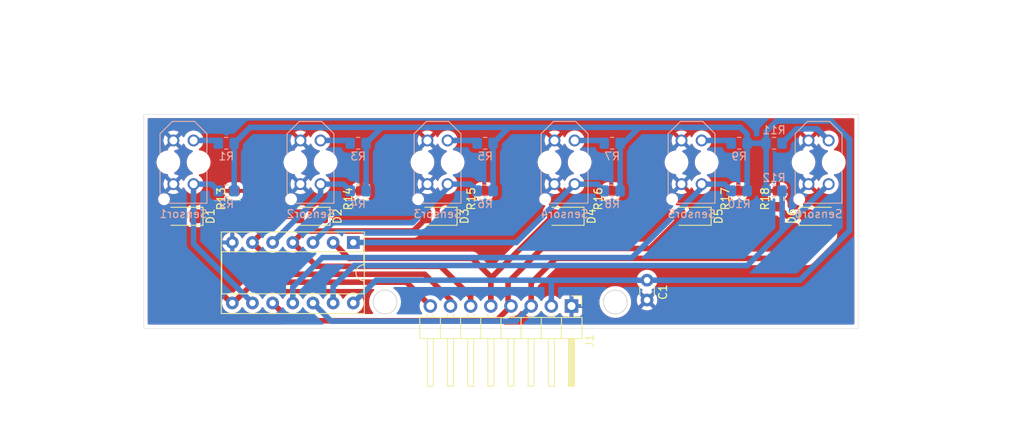
<source format=kicad_pcb>
(kicad_pcb (version 20240108) (generator "pcbnew") (generator_version "8.0")
  (layers (0 "F.Cu" signal) (31 "B.Cu" signal) (34 "B.Paste" user) (35 "F.Paste" user) (36 "B.SilkS" user "B.Silkscreen") (37 "F.SilkS" user "F.Silkscreen") (38 "B.Mask" user) (39 "F.Mask" user) (44 "Edge.Cuts" user))
  (net 0 "")
  (net 1 "vcc")
  (net 2 "GND")
  (net 3 "Net-(D1-K)")
  (net 4 "/Led_Sensor1")
  (net 5 "Net-(D2-K)")
  (net 6 "/Led_Sensor2")
  (net 7 "/Led_Sensor3")
  (net 8 "Net-(D3-K)")
  (net 9 "/Led_Sensor4")
  (net 10 "Net-(D4-K)")
  (net 11 "/Led_Sensor5")
  (net 12 "Net-(D5-K)")
  (net 13 "/Led_Sensor6")
  (net 14 "Net-(D6-K)")
  (net 15 "Net-(R1-Pad1)")
  (net 16 "/Sensor1")
  (net 17 "Net-(R3-Pad1)")
  (net 18 "/Sensor2")
  (net 19 "Net-(R5-Pad1)")
  (net 20 "/Sensor3")
  (net 21 "Net-(R7-Pad1)")
  (net 22 "/Sensor4")
  (net 23 "Net-(R9-Pad1)")
  (net 24 "/Sensor5")
  (net 25 "Net-(R11-Pad1)")
  (net 26 "/Sensor6")
  (footprint "Connector_PinHeader_2.54mm:PinHeader_1x08_P2.54mm_Horizontal" (layer "F.Cu") (at 107.484983 80.5 -90)
    (property "Reference" "J1" (at 4.385 -2.27 -90) (layer "F.SilkS"))
    (property "Value" "Conn_01x08_Pin")
    (fp_line (start 1.44 19.11) (end 4.1 19.11) (stroke (width 0.12)) (layer "F.SilkS"))
    (fp_line (start 4.1 19.11) (end 4.1 -1.33) (stroke (width 0.12)) (layer "F.SilkS"))
    (fp_line (start 1.042929 18.16) (end 1.44 18.16) (stroke (width 0.12)) (layer "F.SilkS"))
    (fp_line (start 10.1 18.16) (end 4.1 18.16) (stroke (width 0.12)) (layer "F.SilkS"))
    (fp_line (start 1.042929 17.4) (end 1.44 17.4) (stroke (width 0.12)) (layer "F.SilkS"))
    (fp_line (start 4.1 17.4) (end 10.1 17.4) (stroke (width 0.12)) (layer "F.SilkS"))
    (fp_line (start 10.1 17.4) (end 10.1 18.16) (stroke (width 0.12)) (layer "F.SilkS"))
    (fp_line (start 1.44 16.51) (end 4.1 16.51) (stroke (width 0.12)) (layer "F.SilkS"))
    (fp_line (start 1.042929 15.62) (end 1.44 15.62) (stroke (width 0.12)) (layer "F.SilkS"))
    (fp_line (start 10.1 15.62) (end 4.1 15.62) (stroke (width 0.12)) (layer "F.SilkS"))
    (fp_line (start 1.042929 14.86) (end 1.44 14.86) (stroke (width 0.12)) (layer "F.SilkS"))
    (fp_line (start 4.1 14.86) (end 10.1 14.86) (stroke (width 0.12)) (layer "F.SilkS"))
    (fp_line (start 10.1 14.86) (end 10.1 15.62) (stroke (width 0.12)) (layer "F.SilkS"))
    (fp_line (start 1.44 13.97) (end 4.1 13.97) (stroke (width 0.12)) (layer "F.SilkS"))
    (fp_line (start 1.042929 13.08) (end 1.44 13.08) (stroke (width 0.12)) (layer "F.SilkS"))
    (fp_line (start 10.1 13.08) (end 4.1 13.08) (stroke (width 0.12)) (layer "F.SilkS"))
    (fp_line (start 1.042929 12.32) (end 1.44 12.32) (stroke (width 0.12)) (layer "F.SilkS"))
    (fp_line (start 4.1 12.32) (end 10.1 12.32) (stroke (width 0.12)) (layer "F.SilkS"))
    (fp_line (start 10.1 12.32) (end 10.1 13.08) (stroke (width 0.12)) (layer "F.SilkS"))
    (fp_line (start 1.44 11.43) (end 4.1 11.43) (stroke (width 0.12)) (layer "F.SilkS"))
    (fp_line (start 1.042929 10.54) (end 1.44 10.54) (stroke (width 0.12)) (layer "F.SilkS"))
    (fp_line (start 10.1 10.54) (end 4.1 10.54) (stroke (width 0.12)) (layer "F.SilkS"))
    (fp_line (start 1.042929 9.78) (end 1.44 9.78) (stroke (width 0.12)) (layer "F.SilkS"))
    (fp_line (start 4.1 9.78) (end 10.1 9.78) (stroke (width 0.12)) (layer "F.SilkS"))
    (fp_line (start 10.1 9.78) (end 10.1 10.54) (stroke (width 0.12)) (layer "F.SilkS"))
    (fp_line (start 1.44 8.89) (end 4.1 8.89) (stroke (width 0.12)) (layer "F.SilkS"))
    (fp_line (start 1.042929 8) (end 1.44 8) (stroke (width 0.12)) (layer "F.SilkS"))
    (fp_line (start 10.1 8) (end 4.1 8) (stroke (width 0.12)) (layer "F.SilkS"))
    (fp_line (start 1.042929 7.24) (end 1.44 7.24) (stroke (width 0.12)) (layer "F.SilkS"))
    (fp_line (start 4.1 7.24) (end 10.1 7.24) (stroke (width 0.12)) (layer "F.SilkS"))
    (fp_line (start 10.1 7.24) (end 10.1 8) (stroke (width 0.12)) (layer "F.SilkS"))
    (fp_line (start 1.44 6.35) (end 4.1 6.35) (stroke (width 0.12)) (layer "F.SilkS"))
    (fp_line (start 1.042929 5.46) (end 1.44 5.46) (stroke (width 0.12)) (layer "F.SilkS"))
    (fp_line (start 10.1 5.46) (end 4.1 5.46) (stroke (width 0.12)) (layer "F.SilkS"))
    (fp_line (start 1.042929 4.7) (end 1.44 4.7) (stroke (width 0.12)) (layer "F.SilkS"))
    (fp_line (start 4.1 4.7) (end 10.1 4.7) (stroke (width 0.12)) (layer "F.SilkS"))
    (fp_line (start 10.1 4.7) (end 10.1 5.46) (stroke (width 0.12)) (layer "F.SilkS"))
    (fp_line (start 1.44 3.81) (end 4.1 3.81) (stroke (width 0.12)) (layer "F.SilkS"))
    (fp_line (start 1.042929 2.92) (end 1.44 2.92) (stroke (width 0.12)) (layer "F.SilkS"))
    (fp_line (start 10.1 2.92) (end 4.1 2.92) (stroke (width 0.12)) (layer "F.SilkS"))
    (fp_line (start 1.042929 2.16) (end 1.44 2.16) (stroke (width 0.12)) (layer "F.SilkS"))
    (fp_line (start 4.1 2.16) (end 10.1 2.16) (stroke (width 0.12)) (layer "F.SilkS"))
    (fp_line (start 10.1 2.16) (end 10.1 2.92) (stroke (width 0.12)) (layer "F.SilkS"))
    (fp_line (start 1.44 1.27) (end 4.1 1.27) (stroke (width 0.12)) (layer "F.SilkS"))
    (fp_line (start 1.11 0.38) (end 1.44 0.38) (stroke (width 0.12)) (layer "F.SilkS"))
    (fp_line (start 10.1 0.38) (end 4.1 0.38) (stroke (width 0.12)) (layer "F.SilkS"))
    (fp_line (start 4.1 0.28) (end 10.1 0.28) (stroke (width 0.12)) (layer "F.SilkS"))
    (fp_line (start 4.1 0.16) (end 10.1 0.16) (stroke (width 0.12)) (layer "F.SilkS"))
    (fp_line (start 4.1 0.04) (end 10.1 0.04) (stroke (width 0.12)) (layer "F.SilkS"))
    (fp_line (start -1.27 0) (end -1.27 -1.27) (stroke (width 0.12)) (layer "F.SilkS"))
    (fp_line (start 4.1 -0.08) (end 10.1 -0.08) (stroke (width 0.12)) (layer "F.SilkS"))
    (fp_line (start 4.1 -0.2) (end 10.1 -0.2) (stroke (width 0.12)) (layer "F.SilkS"))
    (fp_line (start 4.1 -0.32) (end 10.1 -0.32) (stroke (width 0.12)) (layer "F.SilkS"))
    (fp_line (start 1.11 -0.38) (end 1.44 -0.38) (stroke (width 0.12)) (layer "F.SilkS"))
    (fp_line (start 4.1 -0.38) (end 10.1 -0.38) (stroke (width 0.12)) (layer "F.SilkS"))
    (fp_line (start 10.1 -0.38) (end 10.1 0.38) (stroke (width 0.12)) (layer "F.SilkS"))
    (fp_line (start -1.27 -1.27) (end 0 -1.27) (stroke (width 0.12)) (layer "F.SilkS"))
    (fp_line (start 1.44 -1.33) (end 1.44 19.11) (stroke (width 0.12)) (layer "F.SilkS"))
    (fp_line (start 4.1 -1.33) (end 1.44 -1.33) (stroke (width 0.12)) (layer "F.SilkS"))
    (pad "1" thru_hole rect (at 0 0 270) (size 1.7 1.7) (drill 1) (layers "*.Cu" "*.Mask") (net 2 "GND"))
    (pad "2" thru_hole oval (at 0 2.54 270) (size 1.7 1.7) (drill 1) (layers "*.Cu" "*.Mask") (net 1 "vcc"))
    (pad "3" thru_hole oval (at 0 5.08 270) (size 1.7 1.7) (drill 1) (layers "*.Cu" "*.Mask") (net 13 "/Led_Sensor6"))
    (pad "4" thru_hole oval (at 0 7.62 270) (size 1.7 1.7) (drill 1) (layers "*.Cu" "*.Mask") (net 11 "/Led_Sensor5"))
    (pad "5" thru_hole oval (at 0 10.16 270) (size 1.7 1.7) (drill 1) (layers "*.Cu" "*.Mask") (net 9 "/Led_Sensor4"))
    (pad "6" thru_hole oval (at 0 12.7 270) (size 1.7 1.7) (drill 1) (layers "*.Cu" "*.Mask") (net 7 "/Led_Sensor3"))
    (pad "7" thru_hole oval (at 0 15.24 270) (size 1.7 1.7) (drill 1) (layers "*.Cu" "*.Mask") (net 6 "/Led_Sensor2"))
    (pad "8" thru_hole oval (at 0 17.78 270) (size 1.7 1.7) (drill 1) (layers "*.Cu" "*.Mask") (net 4 "/Led_Sensor1"))
  )
  (footprint "Resistor_SMD:R_0805_2012Metric_Pad1.20x1.40mm_HandSolder" (layer "F.Cu") (at 96.5 67 90)
    (property "Reference" "R15" (at 0 -1.65 90) (layer "F.SilkS"))
    (property "Value" "1k")
    (fp_line (start -0.227064 -0.735) (end 0.227064 -0.735) (stroke (width 0.12)) (layer "F.SilkS"))
    (fp_line (start -0.227064 0.735) (end 0.227064 0.735) (stroke (width 0.12)) (layer "F.SilkS"))
    (pad "1" smd roundrect (at -1 0 90) (size 1.2 1.4) (layers "F.Cu" "F.Paste" "F.Mask") (roundrect_rratio 0.208333) (net 8 "Net-(D3-K)"))
    (pad "2" smd roundrect (at 1 0 90) (size 1.2 1.4) (layers "F.Cu" "F.Paste" "F.Mask") (roundrect_rratio 0.208333) (net 2 "GND"))
  )
  (footprint "LED_SMD:LED_1206_3216Metric_Pad1.42x1.75mm_HandSolder" (layer "F.Cu") (at 74.609983 69.2 180)
    (property "Reference" "D2" (at -3.390017 0 90) (layer "F.SilkS"))
    (property "Value" "LED")
    (fp_line (start 1.6 -1.135) (end -2.46 -1.135) (stroke (width 0.12)) (layer "F.SilkS"))
    (fp_line (start -2.46 1.135) (end 1.6 1.135) (stroke (width 0.12)) (layer "F.SilkS"))
    (fp_line (start -2.46 -1.135) (end -2.46 1.135) (stroke (width 0.12)) (layer "F.SilkS"))
    (pad "1" smd roundrect (at -1.4875 0 180) (size 1.425 1.75) (layers "F.Cu" "F.Paste" "F.Mask") (roundrect_rratio 0.175439) (net 5 "Net-(D2-K)"))
    (pad "2" smd roundrect (at 1.4875 0 180) (size 1.425 1.75) (layers "F.Cu" "F.Paste" "F.Mask") (roundrect_rratio 0.175439) (net 6 "/Led_Sensor2"))
  )
  (footprint "Resistor_SMD:R_0805_2012Metric_Pad1.20x1.40mm_HandSolder" (layer "F.Cu") (at 133.5 67 90)
    (property "Reference" "R18" (at 0 -1.65 90) (layer "F.SilkS"))
    (property "Value" "1k")
    (fp_line (start -0.227064 -0.735) (end 0.227064 -0.735) (stroke (width 0.12)) (layer "F.SilkS"))
    (fp_line (start -0.227064 0.735) (end 0.227064 0.735) (stroke (width 0.12)) (layer "F.SilkS"))
    (pad "1" smd roundrect (at -1 0 90) (size 1.2 1.4) (layers "F.Cu" "F.Paste" "F.Mask") (roundrect_rratio 0.208333) (net 14 "Net-(D6-K)"))
    (pad "2" smd roundrect (at 1 0 90) (size 1.2 1.4) (layers "F.Cu" "F.Paste" "F.Mask") (roundrect_rratio 0.208333) (net 2 "GND"))
  )
  (footprint "LED_SMD:LED_1206_3216Metric_Pad1.42x1.75mm_HandSolder" (layer "F.Cu") (at 90.609983 69.2 180)
    (property "Reference" "D3" (at -3.390017 0 90) (layer "F.SilkS"))
    (property "Value" "LED")
    (fp_line (start 1.6 -1.135) (end -2.46 -1.135) (stroke (width 0.12)) (layer "F.SilkS"))
    (fp_line (start -2.46 1.135) (end 1.6 1.135) (stroke (width 0.12)) (layer "F.SilkS"))
    (fp_line (start -2.46 -1.135) (end -2.46 1.135) (stroke (width 0.12)) (layer "F.SilkS"))
    (pad "1" smd roundrect (at -1.4875 0 180) (size 1.425 1.75) (layers "F.Cu" "F.Paste" "F.Mask") (roundrect_rratio 0.175439) (net 8 "Net-(D3-K)"))
    (pad "2" smd roundrect (at 1.4875 0 180) (size 1.425 1.75) (layers "F.Cu" "F.Paste" "F.Mask") (roundrect_rratio 0.175439) (net 7 "/Led_Sensor3"))
  )
  (footprint "LED_SMD:LED_1206_3216Metric_Pad1.42x1.75mm_HandSolder" (layer "F.Cu") (at 138.609983 69.2)
    (property "Reference" "D6" (at -3.390017 0 90) (layer "F.SilkS"))
    (property "Value" "LED")
    (fp_line (start -2.46 -1.135) (end -2.46 1.135) (stroke (width 0.12)) (layer "F.SilkS"))
    (fp_line (start -2.46 1.135) (end 1.6 1.135) (stroke (width 0.12)) (layer "F.SilkS"))
    (fp_line (start 1.6 -1.135) (end -2.46 -1.135) (stroke (width 0.12)) (layer "F.SilkS"))
    (pad "1" smd roundrect (at -1.4875 0) (size 1.425 1.75) (layers "F.Cu" "F.Paste" "F.Mask") (roundrect_rratio 0.175439) (net 14 "Net-(D6-K)"))
    (pad "2" smd roundrect (at 1.4875 0) (size 1.425 1.75) (layers "F.Cu" "F.Paste" "F.Mask") (roundrect_rratio 0.175439) (net 13 "/Led_Sensor6"))
  )
  (footprint "Resistor_SMD:R_0805_2012Metric_Pad1.20x1.40mm_HandSolder" (layer "F.Cu") (at 65 67 90)
    (property "Reference" "R13" (at 0 -1.65 90) (layer "F.SilkS"))
    (property "Value" "1k")
    (fp_line (start -0.227064 -0.735) (end 0.227064 -0.735) (stroke (width 0.12)) (layer "F.SilkS"))
    (fp_line (start -0.227064 0.735) (end 0.227064 0.735) (stroke (width 0.12)) (layer "F.SilkS"))
    (pad "1" smd roundrect (at -1 0 90) (size 1.2 1.4) (layers "F.Cu" "F.Paste" "F.Mask") (roundrect_rratio 0.208333) (net 3 "Net-(D1-K)"))
    (pad "2" smd roundrect (at 1 0 90) (size 1.2 1.4) (layers "F.Cu" "F.Paste" "F.Mask") (roundrect_rratio 0.208333) (net 2 "GND"))
  )
  (footprint "LED_SMD:LED_1206_3216Metric_Pad1.42x1.75mm_HandSolder" (layer "F.Cu") (at 106.609983 69.2 180)
    (property "Reference" "D4" (at -3.390017 0 -90) (layer "F.SilkS"))
    (property "Value" "LED")
    (fp_line (start 1.6 -1.135) (end -2.46 -1.135) (stroke (width 0.12)) (layer "F.SilkS"))
    (fp_line (start -2.46 1.135) (end 1.6 1.135) (stroke (width 0.12)) (layer "F.SilkS"))
    (fp_line (start -2.46 -1.135) (end -2.46 1.135) (stroke (width 0.12)) (layer "F.SilkS"))
    (pad "1" smd roundrect (at -1.4875 0 180) (size 1.425 1.75) (layers "F.Cu" "F.Paste" "F.Mask") (roundrect_rratio 0.175439) (net 10 "Net-(D4-K)"))
    (pad "2" smd roundrect (at 1.4875 0 180) (size 1.425 1.75) (layers "F.Cu" "F.Paste" "F.Mask") (roundrect_rratio 0.175439) (net 9 "/Led_Sensor4"))
  )
  (footprint "Resistor_SMD:R_0805_2012Metric_Pad1.20x1.40mm_HandSolder" (layer "F.Cu") (at 128.5 67 90)
    (property "Reference" "R17" (at 0 -1.65 90) (layer "F.SilkS"))
    (property "Value" "1k")
    (fp_line (start -0.227064 -0.735) (end 0.227064 -0.735) (stroke (width 0.12)) (layer "F.SilkS"))
    (fp_line (start -0.227064 0.735) (end 0.227064 0.735) (stroke (width 0.12)) (layer "F.SilkS"))
    (pad "1" smd roundrect (at -1 0 90) (size 1.2 1.4) (layers "F.Cu" "F.Paste" "F.Mask") (roundrect_rratio 0.208333) (net 12 "Net-(D5-K)"))
    (pad "2" smd roundrect (at 1 0 90) (size 1.2 1.4) (layers "F.Cu" "F.Paste" "F.Mask") (roundrect_rratio 0.208333) (net 2 "GND"))
  )
  (footprint "Resistor_SMD:R_0805_2012Metric_Pad1.20x1.40mm_HandSolder" (layer "F.Cu") (at 81 67 90)
    (property "Reference" "R14" (at 0 -1.65 90) (layer "F.SilkS"))
    (property "Value" "1k")
    (fp_line (start -0.227064 -0.735) (end 0.227064 -0.735) (stroke (width 0.12)) (layer "F.SilkS"))
    (fp_line (start -0.227064 0.735) (end 0.227064 0.735) (stroke (width 0.12)) (layer "F.SilkS"))
    (pad "1" smd roundrect (at -1 0 90) (size 1.2 1.4) (layers "F.Cu" "F.Paste" "F.Mask") (roundrect_rratio 0.208333) (net 5 "Net-(D2-K)"))
    (pad "2" smd roundrect (at 1 0 90) (size 1.2 1.4) (layers "F.Cu" "F.Paste" "F.Mask") (roundrect_rratio 0.208333) (net 2 "GND"))
  )
  (footprint "Resistor_SMD:R_0805_2012Metric_Pad1.20x1.40mm_HandSolder" (layer "F.Cu") (at 112.5 67 90)
    (property "Reference" "R16" (at 0 -1.65 90) (layer "F.SilkS"))
    (property "Value" "1k")
    (fp_line (start -0.227064 -0.735) (end 0.227064 -0.735) (stroke (width 0.12)) (layer "F.SilkS"))
    (fp_line (start -0.227064 0.735) (end 0.227064 0.735) (stroke (width 0.12)) (layer "F.SilkS"))
    (pad "1" smd roundrect (at -1 0 90) (size 1.2 1.4) (layers "F.Cu" "F.Paste" "F.Mask") (roundrect_rratio 0.208333) (net 10 "Net-(D4-K)"))
    (pad "2" smd roundrect (at 1 0 90) (size 1.2 1.4) (layers "F.Cu" "F.Paste" "F.Mask") (roundrect_rratio 0.208333) (net 2 "GND"))
  )
  (footprint "Package_DIP:DIP-14_W7.62mm_Socket" (layer "F.Cu") (at 80 72.5 -90)
    (property "Reference" "U1" (hide yes))
    (property "Value" "74HC14DR2G")
    (fp_line (start -1.33 16.63) (end 8.95 16.63) (stroke (width 0.12)) (layer "F.SilkS"))
    (fp_line (start 8.95 16.63) (end 8.95 -1.39) (stroke (width 0.12)) (layer "F.SilkS"))
    (fp_line (start 1.16 16.57) (end 6.46 16.57) (stroke (width 0.12)) (layer "F.SilkS"))
    (fp_line (start 6.46 16.57) (end 6.46 -1.33) (stroke (width 0.12)) (layer "F.SilkS"))
    (fp_line (start 1.16 -1.33) (end 1.16 16.57) (stroke (width 0.12)) (layer "F.SilkS"))
    (fp_line (start 2.81 -1.33) (end 1.16 -1.33) (stroke (width 0.12)) (layer "F.SilkS"))
    (fp_line (start 6.46 -1.33) (end 4.81 -1.33) (stroke (width 0.12)) (layer "F.SilkS"))
    (fp_line (start -1.33 -1.39) (end -1.33 16.63) (stroke (width 0.12)) (layer "F.SilkS"))
    (fp_line (start 8.95 -1.39) (end -1.33 -1.39) (stroke (width 0.12)) (layer "F.SilkS"))
    (fp_arc (start 4.81 -1.33) (mid 3.81 -0.33) (end 2.81 -1.33) (stroke (width 0.12)) (layer "F.SilkS"))
    (pad "1" thru_hole rect (at 0 0 270) (size 1.6 1.6) (drill 0.8) (layers "*.Cu" "*.Mask") (net 22 "/Sensor4"))
    (pad "2" thru_hole oval (at 0 2.54 270) (size 1.6 1.6) (drill 0.8) (layers "*.Cu" "*.Mask") (net 9 "/Led_Sensor4"))
    (pad "3" thru_hole oval (at 0 5.08 270) (size 1.6 1.6) (drill 0.8) (layers "*.Cu" "*.Mask") (net 20 "/Sensor3"))
    (pad "4" thru_hole oval (at 0 7.62 270) (size 1.6 1.6) (drill 0.8) (layers "*.Cu" "*.Mask") (net 7 "/Led_Sensor3"))
    (pad "5" thru_hole oval (at 0 10.16 270) (size 1.6 1.6) (drill 0.8) (layers "*.Cu" "*.Mask") (net 18 "/Sensor2"))
    (pad "6" thru_hole oval (at 0 12.7 270) (size 1.6 1.6) (drill 0.8) (layers "*.Cu" "*.Mask") (net 6 "/Led_Sensor2"))
    (pad "7" thru_hole oval (at 0 15.24 270) (size 1.6 1.6) (drill 0.8) (layers "*.Cu" "*.Mask") (net 2 "GND"))
    (pad "8" thru_hole oval (at 7.62 15.24 270) (size 1.6 1.6) (drill 0.8) (layers "*.Cu" "*.Mask") (net 4 "/Led_Sensor1"))
    (pad "9" thru_hole oval (at 7.62 12.7 270) (size 1.6 1.6) (drill 0.8) (layers "*.Cu" "*.Mask") (net 16 "/Sensor1"))
    (pad "10" thru_hole oval (at 7.62 10.16 270) (size 1.6 1.6) (drill 0.8) (layers "*.Cu" "*.Mask") (net 11 "/Led_Sensor5"))
    (pad "11" thru_hole oval (at 7.62 7.62 270) (size 1.6 1.6) (drill 0.8) (layers "*.Cu" "*.Mask") (net 24 "/Sensor5"))
    (pad "12" thru_hole oval (at 7.62 5.08 270) (size 1.6 1.6) (drill 0.8) (layers "*.Cu" "*.Mask") (net 13 "/Led_Sensor6"))
    (pad "13" thru_hole oval (at 7.62 2.54 270) (size 1.6 1.6) (drill 0.8) (layers "*.Cu" "*.Mask") (net 26 "/Sensor6"))
    (pad "14" thru_hole oval (at 7.62 0 270) (size 1.6 1.6) (drill 0.8) (layers "*.Cu" "*.Mask") (net 1 "vcc"))
  )
  (footprint "Capacitor_THT:C_Disc_D3.0mm_W1.6mm_P2.50mm" (layer "F.Cu") (at 117 77.25 -90)
    (property "Reference" "C1" (at 1.5 -2 90) (layer "F.SilkS"))
    (property "Value" "10u1")
    (fp_line (start 0.621 0.92) (end 1.879 0.92) (stroke (width 0.12)) (layer "F.SilkS"))
    (fp_line (start 0.621 -0.92) (end 1.879 -0.92) (stroke (width 0.12)) (layer "F.SilkS"))
    (pad "1" thru_hole circle (at 0 0 270) (size 1.6 1.6) (drill 0.8) (layers "*.Cu" "*.Mask") (net 1 "vcc"))
    (pad "2" thru_hole circle (at 2.5 0 270) (size 1.6 1.6) (drill 0.8) (layers "*.Cu" "*.Mask") (net 2 "GND"))
  )
  (footprint "LED_SMD:LED_1206_3216Metric_Pad1.42x1.75mm_HandSolder" (layer "F.Cu") (at 122.609983 69.2 180)
    (property "Reference" "D5" (at -3.390017 0 -90) (layer "F.SilkS"))
    (property "Value" "LED")
    (fp_line (start 1.6 -1.135) (end -2.46 -1.135) (stroke (width 0.12)) (layer "F.SilkS"))
    (fp_line (start -2.46 1.135) (end 1.6 1.135) (stroke (width 0.12)) (layer "F.SilkS"))
    (fp_line (start -2.46 -1.135) (end -2.46 1.135) (stroke (width 0.12)) (layer "F.SilkS"))
    (pad "1" smd roundrect (at -1.4875 0 180) (size 1.425 1.75) (layers "F.Cu" "F.Paste" "F.Mask") (roundrect_rratio 0.175439) (net 12 "Net-(D5-K)"))
    (pad "2" smd roundrect (at 1.4875 0 180) (size 1.425 1.75) (layers "F.Cu" "F.Paste" "F.Mask") (roundrect_rratio 0.175439) (net 11 "/Led_Sensor5"))
  )
  (footprint "LED_SMD:LED_1206_3216Metric_Pad1.42x1.75mm_HandSolder" (layer "F.Cu") (at 58.609983 69.2 180)
    (property "Reference" "D1" (at -3.390017 0 90) (layer "F.SilkS"))
    (property "Value" "LED")
    (fp_line (start 1.6 -1.135) (end -2.46 -1.135) (stroke (width 0.12)) (layer "F.SilkS"))
    (fp_line (start -2.46 1.135) (end 1.6 1.135) (stroke (width 0.12)) (layer "F.SilkS"))
    (fp_line (start -2.46 -1.135) (end -2.46 1.135) (stroke (width 0.12)) (layer "F.SilkS"))
    (pad "1" smd roundrect (at -1.4875 0 180) (size 1.425 1.75) (layers "F.Cu" "F.Paste" "F.Mask") (roundrect_rratio 0.175439) (net 3 "Net-(D1-K)"))
    (pad "2" smd roundrect (at 1.4875 0 180) (size 1.425 1.75) (layers "F.Cu" "F.Paste" "F.Mask") (roundrect_rratio 0.175439) (net 4 "/Led_Sensor1"))
  )
  (footprint "Resistor_SMD:R_0805_2012Metric_Pad1.20x1.40mm_HandSolder" (layer "B.Cu") (at 112.609983 66)
    (property "Reference" "R8" (at 0 1.65 0) (layer "B.SilkS") (effects (justify mirror)))
    (property "Value" "10k")
    (fp_line (start 0.227064 -0.735) (end -0.227064 -0.735) (stroke (width 0.12)) (layer "B.SilkS"))
    (fp_line (start 0.227064 0.735) (end -0.227064 0.735) (stroke (width 0.12)) (layer "B.SilkS"))
    (pad "1" smd roundrect (at -1 0) (size 1.2 1.4) (layers "B.Cu" "B.Paste" "B.Mask") (roundrect_rratio 0.208333) (net 22 "/Sensor4"))
    (pad "2" smd roundrect (at 1 0) (size 1.2 1.4) (layers "B.Cu" "B.Paste" "B.Mask") (roundrect_rratio 0.208333) (net 1 "vcc"))
  )
  (footprint "TCRT5000:OPTO_TCRT5000" (layer "B.Cu") (at 90.609983 62.4 90)
    (property "Reference" "Sensor3" (at -6.5 0 0) (layer "B.SilkS") (effects (font (size 1.004126 1.004126)) (justify mirror)))
    (property "Value" "TCRT5000")
    (fp_line (start 3.6 -2.95) (end 1.17 -2.95) (stroke (width 0.127)) (layer "B.SilkS"))
    (fp_line (start -1.17 -2.95) (end -4 -2.95) (stroke (width 0.127)) (layer "B.SilkS"))
    (fp_line (start 5.15 -1.4) (end 3.6 -2.95) (stroke (width 0.127)) (layer "B.SilkS"))
    (fp_line (start 5.15 1.4) (end 5.15 -1.4) (stroke (width 0.127)) (layer "B.SilkS"))
    (fp_line (start 5.15 1.4) (end 3.6 2.95) (stroke (width 0.127)) (layer "B.SilkS"))
    (fp_line (start 1.17 2.95) (end 3.6 2.95) (stroke (width 0.127)) (layer "B.SilkS"))
    (fp_line (start -1.17 2.95) (end -5.15 2.95) (stroke (width 0.127)) (layer "B.SilkS"))
    (fp_line (start -5.15 2.95) (end -5.15 -1.8) (stroke (width 0.127)) (layer "B.SilkS"))
    (pad "" np_thru_hole circle (at -4.65 -2.45 90) (size 1 1) (drill 1) (layers "*.Cu" "*.Mask"))
    (pad "" np_thru_hole circle (at 0 -1.9 90) (size 2.5 2.5) (drill 2.5) (layers "*.Cu" "*.Mask"))
    (pad "" np_thru_hole circle (at 0 1.9 90) (size 2.5 2.5) (drill 2.5) (layers "*.Cu" "*.Mask"))
    (pad "A" thru_hole circle (at 2.75 1.27 90) (size 1.5 1.5) (drill 1) (layers "*.Cu" "*.Mask") (net 19 "Net-(R5-Pad1)"))
    (pad "CATH" thru_hole circle (at 2.75 -1.27 90) (size 1.5 1.5) (drill 1) (layers "*.Cu" "*.Mask") (net 2 "GND"))
    (pad "COLL" thru_hole circle (at -2.75 1.27 90) (size 1.5 1.5) (drill 1) (layers "*.Cu" "*.Mask") (net 20 "/Sensor3"))
    (pad "E" thru_hole circle (at -2.75 -1.27 90) (size 1.5 1.5) (drill 1) (layers "*.Cu" "*.Mask") (net 2 "GND"))
  )
  (footprint "TCRT5000:OPTO_TCRT5000" (layer "B.Cu") (at 74.609983 62.4 90)
    (property "Reference" "Sensor2" (at -6.5 0 0) (layer "B.SilkS") (effects (font (size 1.004126 1.004126)) (justify mirror)))
    (property "Value" "TCRT5000")
    (fp_line (start 3.6 -2.95) (end 1.17 -2.95) (stroke (width 0.127)) (layer "B.SilkS"))
    (fp_line (start -1.17 -2.95) (end -4 -2.95) (stroke (width 0.127)) (layer "B.SilkS"))
    (fp_line (start 5.15 -1.4) (end 3.6 -2.95) (stroke (width 0.127)) (layer "B.SilkS"))
    (fp_line (start 5.15 1.4) (end 5.15 -1.4) (stroke (width 0.127)) (layer "B.SilkS"))
    (fp_line (start 5.15 1.4) (end 3.6 2.95) (stroke (width 0.127)) (layer "B.SilkS"))
    (fp_line (start 1.17 2.95) (end 3.6 2.95) (stroke (width 0.127)) (layer "B.SilkS"))
    (fp_line (start -1.17 2.95) (end -5.15 2.95) (stroke (width 0.127)) (layer "B.SilkS"))
    (fp_line (start -5.15 2.95) (end -5.15 -1.8) (stroke (width 0.127)) (layer "B.SilkS"))
    (pad "" np_thru_hole circle (at -4.65 -2.45 90) (size 1 1) (drill 1) (layers "*.Cu" "*.Mask"))
    (pad "" np_thru_hole circle (at 0 -1.9 90) (size 2.5 2.5) (drill 2.5) (layers "*.Cu" "*.Mask"))
    (pad "" np_thru_hole circle (at 0 1.9 90) (size 2.5 2.5) (drill 2.5) (layers "*.Cu" "*.Mask"))
    (pad "A" thru_hole circle (at 2.75 1.27 90) (size 1.5 1.5) (drill 1) (layers "*.Cu" "*.Mask") (net 17 "Net-(R3-Pad1)"))
    (pad "CATH" thru_hole circle (at 2.75 -1.27 90) (size 1.5 1.5) (drill 1) (layers "*.Cu" "*.Mask") (net 2 "GND"))
    (pad "COLL" thru_hole circle (at -2.75 1.27 90) (size 1.5 1.5) (drill 1) (layers "*.Cu" "*.Mask") (net 18 "/Sensor2"))
    (pad "E" thru_hole circle (at -2.75 -1.27 90) (size 1.5 1.5) (drill 1) (layers "*.Cu" "*.Mask") (net 2 "GND"))
  )
  (footprint "Resistor_SMD:R_0805_2012Metric_Pad1.20x1.40mm_HandSolder" (layer "B.Cu") (at 112.609983 60)
    (property "Reference" "R7" (at 0 1.65 0) (layer "B.SilkS") (effects (justify mirror)))
    (property "Value" "10k")
    (fp_line (start 0.227064 -0.735) (end -0.227064 -0.735) (stroke (width 0.12)) (layer "B.SilkS"))
    (fp_line (start 0.227064 0.735) (end -0.227064 0.735) (stroke (width 0.12)) (layer "B.SilkS"))
    (pad "1" smd roundrect (at -1 0) (size 1.2 1.4) (layers "B.Cu" "B.Paste" "B.Mask") (roundrect_rratio 0.208333) (net 21 "Net-(R7-Pad1)"))
    (pad "2" smd roundrect (at 1 0) (size 1.2 1.4) (layers "B.Cu" "B.Paste" "B.Mask") (roundrect_rratio 0.208333) (net 1 "vcc"))
  )
  (footprint "TCRT5000:OPTO_TCRT5000" (layer "B.Cu") (at 138.609983 62.4 90)
    (property "Reference" "Sensor6" (at -6.5 0 0) (layer "B.SilkS") (effects (font (size 1.004126 1.004126)) (justify mirror)))
    (property "Value" "TCRT5000")
    (fp_line (start 3.6 -2.95) (end 1.17 -2.95) (stroke (width 0.127)) (layer "B.SilkS"))
    (fp_line (start -1.17 -2.95) (end -4 -2.95) (stroke (width 0.127)) (layer "B.SilkS"))
    (fp_line (start 5.15 -1.4) (end 3.6 -2.95) (stroke (width 0.127)) (layer "B.SilkS"))
    (fp_line (start 5.15 1.4) (end 5.15 -1.4) (stroke (width 0.127)) (layer "B.SilkS"))
    (fp_line (start 5.15 1.4) (end 3.6 2.95) (stroke (width 0.127)) (layer "B.SilkS"))
    (fp_line (start 1.17 2.95) (end 3.6 2.95) (stroke (width 0.127)) (layer "B.SilkS"))
    (fp_line (start -1.17 2.95) (end -5.15 2.95) (stroke (width 0.127)) (layer "B.SilkS"))
    (fp_line (start -5.15 2.95) (end -5.15 -1.8) (stroke (width 0.127)) (layer "B.SilkS"))
    (pad "" np_thru_hole circle (at -4.65 -2.45 90) (size 1 1) (drill 1) (layers "*.Cu" "*.Mask"))
    (pad "" np_thru_hole circle (at 0 -1.9 90) (size 2.5 2.5) (drill 2.5) (layers "*.Cu" "*.Mask"))
    (pad "" np_thru_hole circle (at 0 1.9 90) (size 2.5 2.5) (drill 2.5) (layers "*.Cu" "*.Mask"))
    (pad "A" thru_hole circle (at 2.75 1.27 90) (size 1.5 1.5) (drill 1) (layers "*.Cu" "*.Mask") (net 25 "Net-(R11-Pad1)"))
    (pad "CATH" thru_hole circle (at 2.75 -1.27 90) (size 1.5 1.5) (drill 1) (layers "*.Cu" "*.Mask") (net 2 "GND"))
    (pad "COLL" thru_hole circle (at -2.75 1.27 90) (size 1.5 1.5) (drill 1) (layers "*.Cu" "*.Mask") (net 26 "/Sensor6"))
    (pad "E" thru_hole circle (at -2.75 -1.27 90) (size 1.5 1.5) (drill 1) (layers "*.Cu" "*.Mask") (net 2 "GND"))
  )
  (footprint "Resistor_SMD:R_0805_2012Metric_Pad1.20x1.40mm_HandSolder" (layer "B.Cu") (at 96.609983 66)
    (property "Reference" "R6" (at 0 1.65 0) (layer "B.SilkS") (effects (justify mirror)))
    (property "Value" "10k")
    (fp_line (start 0.227064 -0.735) (end -0.227064 -0.735) (stroke (width 0.12)) (layer "B.SilkS"))
    (fp_line (start 0.227064 0.735) (end -0.227064 0.735) (stroke (width 0.12)) (layer "B.SilkS"))
    (pad "1" smd roundrect (at -1 0) (size 1.2 1.4) (layers "B.Cu" "B.Paste" "B.Mask") (roundrect_rratio 0.208333) (net 20 "/Sensor3"))
    (pad "2" smd roundrect (at 1 0) (size 1.2 1.4) (layers "B.Cu" "B.Paste" "B.Mask") (roundrect_rratio 0.208333) (net 1 "vcc"))
  )
  (footprint "Resistor_SMD:R_0805_2012Metric_Pad1.20x1.40mm_HandSolder" (layer "B.Cu") (at 80.609983 60)
    (property "Reference" "R3" (at 0 1.65 0) (layer "B.SilkS") (effects (justify mirror)))
    (property "Value" "10k")
    (fp_line (start 0.227064 -0.735) (end -0.227064 -0.735) (stroke (width 0.12)) (layer "B.SilkS"))
    (fp_line (start 0.227064 0.735) (end -0.227064 0.735) (stroke (width 0.12)) (layer "B.SilkS"))
    (pad "1" smd roundrect (at -1 0) (size 1.2 1.4) (layers "B.Cu" "B.Paste" "B.Mask") (roundrect_rratio 0.208333) (net 17 "Net-(R3-Pad1)"))
    (pad "2" smd roundrect (at 1 0) (size 1.2 1.4) (layers "B.Cu" "B.Paste" "B.Mask") (roundrect_rratio 0.208333) (net 1 "vcc"))
  )
  (footprint "Resistor_SMD:R_0805_2012Metric_Pad1.20x1.40mm_HandSolder" (layer "B.Cu") (at 128.609983 66)
    (property "Reference" "R10" (at 0 1.65 0) (layer "B.SilkS") (effects (justify mirror)))
    (property "Value" "10k")
    (fp_line (start 0.227064 -0.735) (end -0.227064 -0.735) (stroke (width 0.12)) (layer "B.SilkS"))
    (fp_line (start 0.227064 0.735) (end -0.227064 0.735) (stroke (width 0.12)) (layer "B.SilkS"))
    (pad "1" smd roundrect (at -1 0) (size 1.2 1.4) (layers "B.Cu" "B.Paste" "B.Mask") (roundrect_rratio 0.208333) (net 24 "/Sensor5"))
    (pad "2" smd roundrect (at 1 0) (size 1.2 1.4) (layers "B.Cu" "B.Paste" "B.Mask") (roundrect_rratio 0.208333) (net 1 "vcc"))
  )
  (footprint "Resistor_SMD:R_0805_2012Metric_Pad1.20x1.40mm_HandSolder" (layer "B.Cu") (at 64 66)
    (property "Reference" "R2" (at 0 1.65 0) (layer "B.SilkS") (effects (justify mirror)))
    (property "Value" "10k")
    (fp_line (start 0.227064 -0.735) (end -0.227064 -0.735) (stroke (width 0.12)) (layer "B.SilkS"))
    (fp_line (start 0.227064 0.735) (end -0.227064 0.735) (stroke (width 0.12)) (layer "B.SilkS"))
    (pad "1" smd roundrect (at -1 0) (size 1.2 1.4) (layers "B.Cu" "B.Paste" "B.Mask") (roundrect_rratio 0.208333) (net 16 "/Sensor1"))
    (pad "2" smd roundrect (at 1 0) (size 1.2 1.4) (layers "B.Cu" "B.Paste" "B.Mask") (roundrect_rratio 0.208333) (net 1 "vcc"))
  )
  (footprint "Resistor_SMD:R_0805_2012Metric_Pad1.20x1.40mm_HandSolder" (layer "B.Cu") (at 96.609983 60)
    (property "Reference" "R5" (at 0 1.65 0) (layer "B.SilkS") (effects (justify mirror)))
    (property "Value" "10k")
    (fp_line (start 0.227064 -0.735) (end -0.227064 -0.735) (stroke (width 0.12)) (layer "B.SilkS"))
    (fp_line (start 0.227064 0.735) (end -0.227064 0.735) (stroke (width 0.12)) (layer "B.SilkS"))
    (pad "1" smd roundrect (at -1 0) (size 1.2 1.4) (layers "B.Cu" "B.Paste" "B.Mask") (roundrect_rratio 0.208333) (net 19 "Net-(R5-Pad1)"))
    (pad "2" smd roundrect (at 1 0) (size 1.2 1.4) (layers "B.Cu" "B.Paste" "B.Mask") (roundrect_rratio 0.208333) (net 1 "vcc"))
  )
  (footprint "TCRT5000:OPTO_TCRT5000" (layer "B.Cu") (at 122.609983 62.4 90)
    (property "Reference" "Sensor5" (at -6.5 0 0) (layer "B.SilkS") (effects (font (size 1.004126 1.004126)) (justify mirror)))
    (property "Value" "TCRT5000")
    (fp_line (start 3.6 -2.95) (end 1.17 -2.95) (stroke (width 0.127)) (layer "B.SilkS"))
    (fp_line (start -1.17 -2.95) (end -4 -2.95) (stroke (width 0.127)) (layer "B.SilkS"))
    (fp_line (start 5.15 -1.4) (end 3.6 -2.95) (stroke (width 0.127)) (layer "B.SilkS"))
    (fp_line (start 5.15 1.4) (end 5.15 -1.4) (stroke (width 0.127)) (layer "B.SilkS"))
    (fp_line (start 5.15 1.4) (end 3.6 2.95) (stroke (width 0.127)) (layer "B.SilkS"))
    (fp_line (start 1.17 2.95) (end 3.6 2.95) (stroke (width 0.127)) (layer "B.SilkS"))
    (fp_line (start -1.17 2.95) (end -5.15 2.95) (stroke (width 0.127)) (layer "B.SilkS"))
    (fp_line (start -5.15 2.95) (end -5.15 -1.8) (stroke (width 0.127)) (layer "B.SilkS"))
    (pad "" np_thru_hole circle (at -4.65 -2.45 90) (size 1 1) (drill 1) (layers "*.Cu" "*.Mask"))
    (pad "" np_thru_hole circle (at 0 -1.9 90) (size 2.5 2.5) (drill 2.5) (layers "*.Cu" "*.Mask"))
    (pad "" np_thru_hole circle (at 0 1.9 90) (size 2.5 2.5) (drill 2.5) (layers "*.Cu" "*.Mask"))
    (pad "A" thru_hole circle (at 2.75 1.27 90) (size 1.5 1.5) (drill 1) (layers "*.Cu" "*.Mask") (net 23 "Net-(R9-Pad1)"))
    (pad "CATH" thru_hole circle (at 2.75 -1.27 90) (size 1.5 1.5) (drill 1) (layers "*.Cu" "*.Mask") (net 2 "GND"))
    (pad "COLL" thru_hole circle (at -2.75 1.27 90) (size 1.5 1.5) (drill 1) (layers "*.Cu" "*.Mask") (net 24 "/Sensor5"))
    (pad "E" thru_hole circle (at -2.75 -1.27 90) (size 1.5 1.5) (drill 1) (layers "*.Cu" "*.Mask") (net 2 "GND"))
  )
  (footprint "Resistor_SMD:R_0805_2012Metric_Pad1.20x1.40mm_HandSolder" (layer "B.Cu") (at 80.609983 66)
    (property "Reference" "R4" (at 0 1.65 0) (layer "B.SilkS") (effects (justify mirror)))
    (property "Value" "10k")
    (fp_line (start 0.227064 -0.735) (end -0.227064 -0.735) (stroke (width 0.12)) (layer "B.SilkS"))
    (fp_line (start 0.227064 0.735) (end -0.227064 0.735) (stroke (width 0.12)) (layer "B.SilkS"))
    (pad "1" smd roundrect (at -1 0) (size 1.2 1.4) (layers "B.Cu" "B.Paste" "B.Mask") (roundrect_rratio 0.208333) (net 18 "/Sensor2"))
    (pad "2" smd roundrect (at 1 0) (size 1.2 1.4) (layers "B.Cu" "B.Paste" "B.Mask") (roundrect_rratio 0.208333) (net 1 "vcc"))
  )
  (footprint "Resistor_SMD:R_0805_2012Metric_Pad1.20x1.40mm_HandSolder" (layer "B.Cu") (at 64 60)
    (property "Reference" "R1" (at 0 1.65 0) (layer "B.SilkS") (effects (justify mirror)))
    (property "Value" "10k")
    (fp_line (start 0.227064 -0.735) (end -0.227064 -0.735) (stroke (width 0.12)) (layer "B.SilkS"))
    (fp_line (start 0.227064 0.735) (end -0.227064 0.735) (stroke (width 0.12)) (layer "B.SilkS"))
    (pad "1" smd roundrect (at -1 0) (size 1.2 1.4) (layers "B.Cu" "B.Paste" "B.Mask") (roundrect_rratio 0.208333) (net 15 "Net-(R1-Pad1)"))
    (pad "2" smd roundrect (at 1 0) (size 1.2 1.4) (layers "B.Cu" "B.Paste" "B.Mask") (roundrect_rratio 0.208333) (net 1 "vcc"))
  )
  (footprint "Resistor_SMD:R_0805_2012Metric_Pad1.20x1.40mm_HandSolder" (layer "B.Cu") (at 128.609983 60)
    (property "Reference" "R9" (at 0 1.65 0) (layer "B.SilkS") (effects (justify mirror)))
    (property "Value" "10k")
    (fp_line (start 0.227064 -0.735) (end -0.227064 -0.735) (stroke (width 0.12)) (layer "B.SilkS"))
    (fp_line (start 0.227064 0.735) (end -0.227064 0.735) (stroke (width 0.12)) (layer "B.SilkS"))
    (pad "1" smd roundrect (at -1 0) (size 1.2 1.4) (layers "B.Cu" "B.Paste" "B.Mask") (roundrect_rratio 0.208333) (net 23 "Net-(R9-Pad1)"))
    (pad "2" smd roundrect (at 1 0) (size 1.2 1.4) (layers "B.Cu" "B.Paste" "B.Mask") (roundrect_rratio 0.208333) (net 1 "vcc"))
  )
  (footprint "TCRT5000:OPTO_TCRT5000" (layer "B.Cu") (at 58.609983 62.4 90)
    (property "Reference" "Sensor1" (at -6.5 0 0) (layer "B.SilkS") (effects (font (size 1.004126 1.004126)) (justify mirror)))
    (property "Value" "TCRT5000")
    (fp_line (start 3.6 -2.95) (end 1.17 -2.95) (stroke (width 0.127)) (layer "B.SilkS"))
    (fp_line (start -1.17 -2.95) (end -4 -2.95) (stroke (width 0.127)) (layer "B.SilkS"))
    (fp_line (start 5.15 -1.4) (end 3.6 -2.95) (stroke (width 0.127)) (layer "B.SilkS"))
    (fp_line (start 5.15 1.4) (end 5.15 -1.4) (stroke (width 0.127)) (layer "B.SilkS"))
    (fp_line (start 5.15 1.4) (end 3.6 2.95) (stroke (width 0.127)) (layer "B.SilkS"))
    (fp_line (start 1.17 2.95) (end 3.6 2.95) (stroke (width 0.127)) (layer "B.SilkS"))
    (fp_line (start -1.17 2.95) (end -5.15 2.95) (stroke (width 0.127)) (layer "B.SilkS"))
    (fp_line (start -5.15 2.95) (end -5.15 -1.8) (stroke (width 0.127)) (layer "B.SilkS"))
    (pad "" np_thru_hole circle (at -4.65 -2.45 90) (size 1 1) (drill 1) (layers "*.Cu" "*.Mask"))
    (pad "" np_thru_hole circle (at 0 -1.9 90) (size 2.5 2.5) (drill 2.5) (layers "*.Cu" "*.Mask"))
    (pad "" np_thru_hole circle (at 0 1.9 90) (size 2.5 2.5) (drill 2.5) (layers "F&B.Cu" "*.Mask"))
    (pad "A" thru_hole circle (at 2.75 1.27 90) (size 1.5 1.5) (drill 1) (layers "*.Cu" "*.Mask") (net 15 "Net-(R1-Pad1)"))
    (pad "CATH" thru_hole circle (at 2.75 -1.27 90) (size 1.5 1.5) (drill 1) (layers "*.Cu" "*.Mask") (net 2 "GND"))
    (pad "COLL" thru_hole circle (at -2.75 1.27 90) (size 1.5 1.5) (drill 1) (layers "*.Cu" "*.Mask") (net 16 "/Sensor1"))
    (pad "E" thru_hole circle (at -2.75 -1.27 90) (size 1.5 1.5) (drill 1) (layers "*.Cu" "*.Mask") (net 2 "GND"))
  )
  (footprint "Resistor_SMD:R_0805_2012Metric_Pad1.20x1.40mm_HandSolder" (layer "B.Cu") (at 133 66 180)
    (property "Reference" "R12" (at 0 1.65 0) (layer "B.SilkS") (effects (justify mirror)))
    (property "Value" "10k")
    (fp_line (start 0.227064 0.735) (end -0.227064 0.735) (stroke (width 0.12)) (layer "B.SilkS"))
    (fp_line (start 0.227064 -0.735) (end -0.227064 -0.735) (stroke (width 0.12)) (layer "B.SilkS"))
    (pad "1" smd roundrect (at -1 0 180) (size 1.2 1.4) (layers "B.Cu" "B.Paste" "B.Mask") (roundrect_rratio 0.208333) (net 26 "/Sensor6"))
    (pad "2" smd roundrect (at 1 0 180) (size 1.2 1.4) (layers "B.Cu" "B.Paste" "B.Mask") (roundrect_rratio 0.208333) (net 1 "vcc"))
  )
  (footprint "Resistor_SMD:R_0805_2012Metric_Pad1.20x1.40mm_HandSolder" (layer "B.Cu") (at 133 60 180)
    (property "Reference" "R11" (at 0 1.65 0) (layer "B.SilkS") (effects (justify mirror)))
    (property "Value" "10k")
    (fp_line (start 0.227064 0.735) (end -0.227064 0.735) (stroke (width 0.12)) (layer "B.SilkS"))
    (fp_line (start 0.227064 -0.735) (end -0.227064 -0.735) (stroke (width 0.12)) (layer "B.SilkS"))
    (pad "1" smd roundrect (at -1 0 180) (size 1.2 1.4) (layers "B.Cu" "B.Paste" "B.Mask") (roundrect_rratio 0.208333) (net 25 "Net-(R11-Pad1)"))
    (pad "2" smd roundrect (at 1 0 180) (size 1.2 1.4) (layers "B.Cu" "B.Paste" "B.Mask") (roundrect_rratio 0.208333) (net 1 "vcc"))
  )
  (footprint "TCRT5000:OPTO_TCRT5000" (layer "B.Cu") (at 106.609983 62.4 90)
    (property "Reference" "Sensor4" (at -6.5 0 0) (layer "B.SilkS") (effects (font (size 1.004126 1.004126)) (justify mirror)))
    (property "Value" "TCRT5000")
    (fp_line (start 3.6 -2.95) (end 1.17 -2.95) (stroke (width 0.127)) (layer "B.SilkS"))
    (fp_line (start -1.17 -2.95) (end -4 -2.95) (stroke (width 0.127)) (layer "B.SilkS"))
    (fp_line (start 5.15 -1.4) (end 3.6 -2.95) (stroke (width 0.127)) (layer "B.SilkS"))
    (fp_line (start 5.15 1.4) (end 5.15 -1.4) (stroke (width 0.127)) (layer "B.SilkS"))
    (fp_line (start 5.15 1.4) (end 3.6 2.95) (stroke (width 0.127)) (layer "B.SilkS"))
    (fp_line (start 1.17 2.95) (end 3.6 2.95) (stroke (width 0.127)) (layer "B.SilkS"))
    (fp_line (start -1.17 2.95) (end -5.15 2.95) (stroke (width 0.127)) (layer "B.SilkS"))
    (fp_line (start -5.15 2.95) (end -5.15 -1.8) (stroke (width 0.127)) (layer "B.SilkS"))
    (pad "" np_thru_hole circle (at -4.65 -2.45 90) (size 1 1) (drill 1) (layers "*.Cu" "*.Mask"))
    (pad "" np_thru_hole circle (at 0 -1.9 90) (size 2.5 2.5) (drill 2.5) (layers "*.Cu" "*.Mask"))
    (pad "" np_thru_hole circle (at 0 1.9 90) (size 2.5 2.5) (drill 2.5) (layers "*.Cu" "*.Mask"))
    (pad "A" thru_hole circle (at 2.75 1.27 90) (size 1.5 1.5) (drill 1) (layers "*.Cu" "*.Mask") (net 21 "Net-(R7-Pad1)"))
    (pad "CATH" thru_hole circle (at 2.75 -1.27 90) (size 1.5 1.5) (drill 1) (layers "*.Cu" "*.Mask") (net 2 "GND"))
    (pad "COLL" thru_hole circle (at -2.75 1.27 90) (size 1.5 1.5) (drill 1) (layers "*.Cu" "*.Mask") (net 22 "/Sensor4"))
    (pad "E" thru_hole circle (at -2.75 -1.27 90) (size 1.5 1.5) (drill 1) (layers "*.Cu" "*.Mask") (net 2 "GND"))
  )
  (gr_rect (start 53.609983 56.34) (end 143.609983 83.34) (stroke (width 0.05)) (fill none) (layer "Edge.Cuts"))
  (gr_circle (center 84 80) (end 85.5 80) (stroke (width 0.1)) (fill none) (layer "Edge.Cuts"))
  (gr_circle (center 113 80) (end 114.5 80) (stroke (width 0.1)) (fill none) (layer "Edge.Cuts"))
  (segment (start 83.609983 58) (end 81.609983 60) (width 0.7) (layer "B.Cu") (net 1))
  (segment (start 132 66) (end 132 60) (width 0.7) (layer "B.Cu") (net 1))
  (segment (start 81.609983 66) (end 81.609983 60) (width 0.7) (layer "B.Cu") (net 1))
  (segment (start 142.5 59.5) (end 140.19 57.19) (width 0.7) (layer "B.Cu") (net 1))
  (segment (start 142.5 71) (end 142.5 59.5) (width 0.7) (layer "B.Cu") (net 1))
  (segment (start 80 80.12) (end 82.87 77.25) (width 0.7) (layer "B.Cu") (net 1))
  (segment (start 129.609983 60) (end 132 60) (width 0.7) (layer "B.Cu") (net 1))
  (segment (start 104.944983 77.25) (end 104.944983 80.5) (width 0.7) (layer "B.Cu") (net 1))
  (segment (start 133.31 57.19) (end 132 58.5) (width 0.7) (layer "B.Cu") (net 1))
  (segment (start 132 58.5) (end 132 60) (width 0.7) (layer "B.Cu") (net 1))
  (segment (start 117 77.25) (end 136.25 77.25) (width 0.7) (layer "B.Cu") (net 1))
  (segment (start 136.25 77.25) (end 142.5 71) (width 0.7) (layer "B.Cu") (net 1))
  (segment (start 67 58) (end 65 60) (width 0.7) (layer "B.Cu") (net 1))
  (segment (start 129.609983 60) (end 129.609983 58.859983) (width 0.7) (layer "B.Cu") (net 1))
  (segment (start 97.609983 60) (end 97.609983 59.99099) (width 0.7) (layer "B.Cu") (net 1))
  (segment (start 113.609983 66) (end 113.609983 60) (width 0.7) (layer "B.Cu") (net 1))
  (segment (start 129.609983 58.859983) (end 128.75 58) (width 0.7) (layer "B.Cu") (net 1))
  (segment (start 65 66) (end 65 60) (width 0.7) (layer "B.Cu") (net 1))
  (segment (start 97.609983 60) (end 99.609983 58) (width 0.7) (layer "B.Cu") (net 1))
  (segment (start 83.609983 58) (end 67 58) (width 0.7) (layer "B.Cu") (net 1))
  (segment (start 128.75 58) (end 116 58) (width 0.7) (layer "B.Cu") (net 1))
  (segment (start 82.87 77.25) (end 117 77.25) (width 0.7) (layer "B.Cu") (net 1))
  (segment (start 140.19 57.19) (end 133.31 57.19) (width 0.7) (layer "B.Cu") (net 1))
  (segment (start 113.609983 60) (end 114 60) (width 0.7) (layer "B.Cu") (net 1))
  (segment (start 114 60) (end 116 58) (width 0.7) (layer "B.Cu") (net 1))
  (segment (start 99.609983 58) (end 116 58) (width 0.7) (layer "B.Cu") (net 1))
  (segment (start 99.609983 58) (end 83.609983 58) (width 0.7) (layer "B.Cu") (net 1))
  (segment (start 129.609983 60) (end 129.609983 66) (width 0.7) (layer "B.Cu") (net 1))
  (segment (start 97.609983 66) (end 97.609983 60) (width 0.7) (layer "B.Cu") (net 1))
  (segment (start 61.597483 68) (end 60.097483 69.5) (width 0.7) (layer "F.Cu") (net 3))
  (segment (start 65 68) (end 61.597483 68) (width 0.7) (layer "F.Cu") (net 3))
  (segment (start 89.704983 80.5) (end 86.704983 77.5) (width 0.7) (layer "F.Cu") (net 4))
  (segment (start 57.122483 72.622483) (end 57.122483 69.5) (width 0.7) (layer "F.Cu") (net 4))
  (segment (start 67.5 77.5) (end 64.88 80.12) (width 0.7) (layer "F.Cu") (net 4))
  (segment (start 64.88 80.12) (end 64.62 80.12) (width 0.7) (layer "F.Cu") (net 4))
  (segment (start 86.704983 77.5) (end 67.5 77.5) (width 0.7) (layer "F.Cu") (net 4))
  (segment (start 64.62 80.12) (end 57.122483 72.622483) (width 0.7) (layer "F.Cu") (net 4))
  (segment (start 77.597483 68) (end 76.097483 69.5) (width 0.7) (layer "F.Cu") (net 5))
  (segment (start 81 68) (end 77.597483 68) (width 0.7) (layer "F.Cu") (net 5))
  (segment (start 71.3 76.5) (end 67.3 72.5) (width 0.7) (layer "F.Cu") (net 6))
  (segment (start 73.122483 69.2) (end 70.6 69.2) (width 0.7) (layer "F.Cu") (net 6))
  (segment (start 92.244983 80.5) (end 92.244983 79.744983) (width 0.7) (layer "F.Cu") (net 6))
  (segment (start 89 76.5) (end 71.3 76.5) (width 0.7) (layer "F.Cu") (net 6))
  (segment (start 70.6 69.2) (end 67.3 72.5) (width 0.7) (layer "F.Cu") (net 6))
  (segment (start 92.244983 79.744983) (end 89 76.5) (width 0.7) (layer "F.Cu") (net 6))
  (segment (start 75.38 75.5) (end 91 75.5) (width 0.7) (layer "F.Cu") (net 7))
  (segment (start 73.83 71.05) (end 87.572483 71.05) (width 0.7) (layer "F.Cu") (net 7))
  (segment (start 94.784983 79.284983) (end 94.784983 80.5) (width 0.7) (layer "F.Cu") (net 7))
  (segment (start 72.38 72.5) (end 75.38 75.5) (width 0.7) (layer "F.Cu") (net 7))
  (segment (start 87.572483 71.05) (end 89.122483 69.5) (width 0.7) (layer "F.Cu") (net 7))
  (segment (start 91 75.5) (end 94.784983 79.284983) (width 0.7) (layer "F.Cu") (net 7))
  (segment (start 72.38 72.5) (end 73.83 71.05) (width 0.7) (layer "F.Cu") (net 7))
  (segment (start 96.5 68) (end 93.597483 68) (width 0.7) (layer "F.Cu") (net 8))
  (segment (start 93.597483 68) (end 92.097483 69.5) (width 0.7) (layer "F.Cu") (net 8))
  (segment (start 77.46 72.5) (end 79.46 74.5) (width 0.7) (layer "F.Cu") (net 9))
  (segment (start 105.122483 69.2) (end 97.324983 76.9975) (width 0.7) (layer "F.Cu") (net 9))
  (segment (start 97.324983 76.824983) (end 97.324983 80.5) (width 0.7) (layer "F.Cu") (net 9))
  (segment (start 97.324983 76.9975) (end 97.324983 80.5) (width 0.7) (layer "F.Cu") (net 9))
  (segment (start 95 74.5) (end 97.324983 76.824983) (width 0.7) (layer "F.Cu") (net 9))
  (segment (start 79.46 74.5) (end 95 74.5) (width 0.7) (layer "F.Cu") (net 9))
  (segment (start 112.5 68) (end 109.597483 68) (width 0.7) (layer "F.Cu") (net 10))
  (segment (start 109.597483 68) (end 108.097483 69.5) (width 0.7) (layer "F.Cu") (net 10))
  (segment (start 99.735376 80.629607) (end 99.499999 80.39423) (width 0.7) (layer "F.Cu") (net 11))
  (segment (start 99.499999 80.39423) (end 99.499999 77.500001) (width 0.7) (layer "F.Cu") (net 11))
  (segment (start 99.499999 77.500001) (end 103.75 73.25) (width 0.7) (layer "F.Cu") (net 11))
  (segment (start 117.372483 73.25) (end 121.122483 69.5) (width 0.7) (layer "F.Cu") (net 11))
  (segment (start 103.75 73.25) (end 117.372483 73.25) (width 0.7) (layer "F.Cu") (net 11))
  (segment (start 69.84 80.12) (end 72.08076 82.36076) (width 0.7) (layer "F.Cu") (net 11))
  (segment (start 98.004223 82.36076) (end 99.735376 80.629607) (width 0.7) (layer "F.Cu") (net 11))
  (segment (start 72.08076 82.36076) (end 98.004223 82.36076) (width 0.7) (layer "F.Cu") (net 11))
  (segment (start 124.097483 69.5) (end 127 69.5) (width 0.7) (layer "F.Cu") (net 12))
  (segment (start 127 69.5) (end 128.5 68) (width 0.7) (layer "F.Cu") (net 12))
  (segment (start 140.097483 70) (end 140.097483 71.652517) (width 0.7) (layer "F.Cu") (net 13))
  (segment (start 105.5 74.5) (end 102.404983 77.595017) (width 0.7) (layer "F.Cu") (net 13))
  (segment (start 140.097483 71.652517) (end 137.25 74.5) (width 0.7) (layer "F.Cu") (net 13))
  (segment (start 137.25 74.5) (end 105.5 74.5) (width 0.7) (layer "F.Cu") (net 13))
  (segment (start 102.404983 77.595017) (end 102.404983 80.5) (width 0.7) (layer "F.Cu") (net 13))
  (segment (start 74.92 80.12) (end 77.213883 82.413883) (width 0.7) (layer "B.Cu") (net 13))
  (segment (start 77.213883 82.413883) (end 100.4911 82.413883) (width 0.7) (layer "B.Cu") (net 13))
  (segment (start 100.4911 82.413883) (end 102.404983 80.5) (width 0.7) (layer "B.Cu") (net 13))
  (segment (start 137.122483 69.2) (end 134.7 69.2) (width 0.7) (layer "F.Cu") (net 14))
  (segment (start 134.7 69.2) (end 133.5 68) (width 0.7) (layer "F.Cu") (net 14))
  (segment (start 62.65 59.65) (end 63 60) (width 0.7) (layer "B.Cu") (net 15))
  (segment (start 59.879983 59.65) (end 62.65 59.65) (width 0.7) (layer "B.Cu") (net 15))
  (segment (start 59.879983 65.15) (end 62.15 65.15) (width 0.7) (layer "B.Cu") (net 16))
  (segment (start 59.879983 72.699983) (end 59.879983 65.15) (width 0.7) (layer "B.Cu") (net 16))
  (segment (start 67.3 80.12) (end 59.879983 72.699983) (width 0.7) (layer "B.Cu") (net 16))
  (segment (start 62.15 65.15) (end 63 66) (width 0.7) (layer "B.Cu") (net 16))
  (segment (start 75.889983 60) (end 75.879983 59.99) (width 0.7) (layer "B.Cu") (net 17))
  (segment (start 75.879983 59.65) (end 79.259983 59.65) (width 0.7) (layer "B.Cu") (net 17))
  (segment (start 79.259983 59.65) (end 79.609983 60) (width 0.7) (layer "B.Cu") (net 17))
  (segment (start 75.879983 65.15) (end 75.879983 66.460017) (width 0.7) (layer "B.Cu") (net 18))
  (segment (start 75.879983 66.460017) (end 69.84 72.5) (width 0.7) (layer "B.Cu") (net 18))
  (segment (start 75.879983 65.15) (end 78.759983 65.15) (width 0.7) (layer "B.Cu") (net 18))
  (segment (start 78.759983 65.15) (end 79.609983 66) (width 0.7) (layer "B.Cu") (net 18))
  (segment (start 95.259983 59.65) (end 95.609983 60) (width 0.7) (layer "B.Cu") (net 19))
  (segment (start 91.879983 59.65) (end 95.259983 59.65) (width 0.7) (layer "B.Cu") (net 19))
  (segment (start 91.99 65.51) (end 91.99 65.49) (width 0.7) (layer "B.Cu") (net 20))
  (segment (start 91.879983 65.15) (end 94.759983 65.15) (width 0.7) (layer "B.Cu") (net 20))
  (segment (start 74.92 72.5) (end 77.42 70) (width 0.7) (layer "B.Cu") (net 20))
  (segment (start 77.42 70) (end 87.5 70) (width 0.7) (layer "B.Cu") (net 20))
  (segment (start 94.759983 65.15) (end 95.609983 66) (width 0.7) (layer "B.Cu") (net 20))
  (segment (start 87.5 70) (end 91.99 65.51) (width 0.7) (layer "B.Cu") (net 20))
  (segment (start 111.259983 59.65) (end 111.609983 60) (width 0.7) (layer "B.Cu") (net 21))
  (segment (start 107.889983 60) (end 107.879983 59.99) (width 0.7) (layer "B.Cu") (net 21))
  (segment (start 107.879983 59.65) (end 111.259983 59.65) (width 0.7) (layer "B.Cu") (net 21))
  (segment (start 80 72.5) (end 100.529983 72.5) (width 0.7) (layer "B.Cu") (net 22))
  (segment (start 107.879983 65.15) (end 110.759983 65.15) (width 0.7) (layer "B.Cu") (net 22))
  (segment (start 105.764992 67.264992) (end 107.879983 65.15) (width 0.7) (layer "B.Cu") (net 22))
  (segment (start 100.529983 72.5) (end 105.764992 67.264992) (width 0.7) (layer "B.Cu") (net 22))
  (segment (start 110.759983 65.15) (end 111.609983 66) (width 0.7) (layer "B.Cu") (net 22))
  (segment (start 123.879983 59.65) (end 127.259983 59.65) (width 0.7) (layer "B.Cu") (net 23))
  (segment (start 123.889983 60) (end 123.879983 59.99) (width 0.7) (layer "B.Cu") (net 23))
  (segment (start 127.259983 59.65) (end 127.609983 60) (width 0.7) (layer "B.Cu") (net 23))
  (segment (start 115.1 74.4) (end 123.879983 65.620017) (width 0.7) (layer "B.Cu") (net 24))
  (segment (start 123.879983 65.15) (end 126.759983 65.15) (width 0.7) (layer "B.Cu") (net 24))
  (segment (start 76.1 74.4) (end 115.1 74.4) (width 0.7) (layer "B.Cu") (net 24))
  (segment (start 72.38 80.12) (end 72.38 78.12) (width 0.7) (layer "B.Cu") (net 24))
  (segment (start 123.879983 65.620017) (end 123.879983 65.49) (width 0.7) (layer "B.Cu") (net 24))
  (segment (start 72.38 78.12) (end 76.1 74.4) (width 0.7) (layer "B.Cu") (net 24))
  (segment (start 126.759983 65.15) (end 127.609983 66) (width 0.7) (layer "B.Cu") (net 24))
  (segment (start 135.81 58.19) (end 138.419983 58.19) (width 0.7) (layer "B.Cu") (net 25))
  (segment (start 134 60) (end 135.81 58.19) (width 0.7) (layer "B.Cu") (net 25))
  (segment (start 138.419983 58.19) (end 139.879983 59.65) (width 0.7) (layer "B.Cu") (net 25))
  (segment (start 77.46 80.12) (end 77.46 78.04) (width 0.7) (layer "B.Cu") (net 26))
  (segment (start 134.014992 71.014992) (end 139.879983 65.15) (width 0.7) (layer "B.Cu") (net 26))
  (segment (start 129.629983 75.4) (end 134.014992 71.014992) (width 0.7) (layer "B.Cu") (net 26))
  (segment (start 134 66) (end 134 66.7) (width 0.7) (layer "B.Cu") (net 26))
  (segment (start 134 66.7) (end 134.014992 66.714992) (width 0.7) (layer "B.Cu") (net 26))
  (segment (start 80.1 75.4) (end 129.629983 75.4) (width 0.7) (layer "B.Cu") (net 26))
  (segment (start 134.014992 66.714992) (end 134.014992 71.014992) (width 0.7) (layer "B.Cu") (net 26))
  (segment (start 77.46 78.04) (end 80.1 75.4) (width 0.7) (layer "B.Cu") (net 26))
  (zone (net 2) (net_name "GND") (layer "F.Cu") (connect_pads (clearance 0.5)) (min_thickness 0.25) (fill yes (thermal_gap 0.5) (thermal_bridge_width 0.5) (island_removal_mode 2) (island_area_min 10))
    (polygon (pts (xy 35.499798 42.002639) (xy 164.5 41.956737) (xy 164 95) (xy 35.5 95.5)))
  )
  (zone (net 2) (net_name "GND") (layer "B.Cu") (priority 1) (connect_pads (clearance 0.5)) (min_thickness 0.25) (fill yes (thermal_gap 0.5) (thermal_bridge_width 0.5) (island_removal_mode 2) (island_area_min 10))
    (polygon (pts (xy 162 44) (xy 38 44) (xy 37.5 93) (xy 162 93)))
  )
)
</source>
